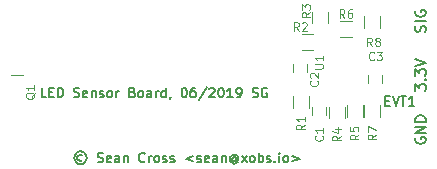
<source format=gbr>
G04 #@! TF.GenerationSoftware,KiCad,Pcbnew,(5.0.1)-3*
G04 #@! TF.CreationDate,2019-06-04T09:49:05+08:00*
G04 #@! TF.ProjectId,test-jig-light-sensor,746573742D6A69672D6C696768742D73,rev?*
G04 #@! TF.SameCoordinates,Original*
G04 #@! TF.FileFunction,Legend,Top*
G04 #@! TF.FilePolarity,Positive*
%FSLAX46Y46*%
G04 Gerber Fmt 4.6, Leading zero omitted, Abs format (unit mm)*
G04 Created by KiCad (PCBNEW (5.0.1)-3) date 06/04/19 09:49:05*
%MOMM*%
%LPD*%
G01*
G04 APERTURE LIST*
%ADD10C,0.150000*%
%ADD11C,0.120000*%
%ADD12C,0.100000*%
G04 APERTURE END LIST*
D10*
X136600000Y-103342857D02*
X136866666Y-103342857D01*
X136980952Y-103761904D02*
X136600000Y-103761904D01*
X136600000Y-102961904D01*
X136980952Y-102961904D01*
X137209523Y-102961904D02*
X137476190Y-103761904D01*
X137742857Y-102961904D01*
X137895238Y-102961904D02*
X138352380Y-102961904D01*
X138123809Y-103761904D02*
X138123809Y-102961904D01*
X139038095Y-103761904D02*
X138580952Y-103761904D01*
X138809523Y-103761904D02*
X138809523Y-102961904D01*
X138733333Y-103076190D01*
X138657142Y-103152380D01*
X138580952Y-103190476D01*
X110935595Y-107952380D02*
X110859404Y-107914285D01*
X110707023Y-107914285D01*
X110630833Y-107952380D01*
X110554642Y-108028571D01*
X110516547Y-108104761D01*
X110516547Y-108257142D01*
X110554642Y-108333333D01*
X110630833Y-108409523D01*
X110707023Y-108447619D01*
X110859404Y-108447619D01*
X110935595Y-108409523D01*
X110783214Y-107647619D02*
X110592738Y-107685714D01*
X110402261Y-107800000D01*
X110287976Y-107990476D01*
X110249880Y-108180952D01*
X110287976Y-108371428D01*
X110402261Y-108561904D01*
X110592738Y-108676190D01*
X110783214Y-108714285D01*
X110973690Y-108676190D01*
X111164166Y-108561904D01*
X111278452Y-108371428D01*
X111316547Y-108180952D01*
X111278452Y-107990476D01*
X111164166Y-107800000D01*
X110973690Y-107685714D01*
X110783214Y-107647619D01*
X112230833Y-108523809D02*
X112345119Y-108561904D01*
X112535595Y-108561904D01*
X112611785Y-108523809D01*
X112649880Y-108485714D01*
X112687976Y-108409523D01*
X112687976Y-108333333D01*
X112649880Y-108257142D01*
X112611785Y-108219047D01*
X112535595Y-108180952D01*
X112383214Y-108142857D01*
X112307023Y-108104761D01*
X112268928Y-108066666D01*
X112230833Y-107990476D01*
X112230833Y-107914285D01*
X112268928Y-107838095D01*
X112307023Y-107800000D01*
X112383214Y-107761904D01*
X112573690Y-107761904D01*
X112687976Y-107800000D01*
X113335595Y-108523809D02*
X113259404Y-108561904D01*
X113107023Y-108561904D01*
X113030833Y-108523809D01*
X112992738Y-108447619D01*
X112992738Y-108142857D01*
X113030833Y-108066666D01*
X113107023Y-108028571D01*
X113259404Y-108028571D01*
X113335595Y-108066666D01*
X113373690Y-108142857D01*
X113373690Y-108219047D01*
X112992738Y-108295238D01*
X114059404Y-108561904D02*
X114059404Y-108142857D01*
X114021309Y-108066666D01*
X113945119Y-108028571D01*
X113792738Y-108028571D01*
X113716547Y-108066666D01*
X114059404Y-108523809D02*
X113983214Y-108561904D01*
X113792738Y-108561904D01*
X113716547Y-108523809D01*
X113678452Y-108447619D01*
X113678452Y-108371428D01*
X113716547Y-108295238D01*
X113792738Y-108257142D01*
X113983214Y-108257142D01*
X114059404Y-108219047D01*
X114440357Y-108028571D02*
X114440357Y-108561904D01*
X114440357Y-108104761D02*
X114478452Y-108066666D01*
X114554642Y-108028571D01*
X114668928Y-108028571D01*
X114745119Y-108066666D01*
X114783214Y-108142857D01*
X114783214Y-108561904D01*
X116230833Y-108485714D02*
X116192738Y-108523809D01*
X116078452Y-108561904D01*
X116002261Y-108561904D01*
X115887976Y-108523809D01*
X115811785Y-108447619D01*
X115773690Y-108371428D01*
X115735595Y-108219047D01*
X115735595Y-108104761D01*
X115773690Y-107952380D01*
X115811785Y-107876190D01*
X115887976Y-107800000D01*
X116002261Y-107761904D01*
X116078452Y-107761904D01*
X116192738Y-107800000D01*
X116230833Y-107838095D01*
X116573690Y-108561904D02*
X116573690Y-108028571D01*
X116573690Y-108180952D02*
X116611785Y-108104761D01*
X116649880Y-108066666D01*
X116726071Y-108028571D01*
X116802261Y-108028571D01*
X117183214Y-108561904D02*
X117107023Y-108523809D01*
X117068928Y-108485714D01*
X117030833Y-108409523D01*
X117030833Y-108180952D01*
X117068928Y-108104761D01*
X117107023Y-108066666D01*
X117183214Y-108028571D01*
X117297500Y-108028571D01*
X117373690Y-108066666D01*
X117411785Y-108104761D01*
X117449880Y-108180952D01*
X117449880Y-108409523D01*
X117411785Y-108485714D01*
X117373690Y-108523809D01*
X117297500Y-108561904D01*
X117183214Y-108561904D01*
X117754642Y-108523809D02*
X117830833Y-108561904D01*
X117983214Y-108561904D01*
X118059404Y-108523809D01*
X118097500Y-108447619D01*
X118097500Y-108409523D01*
X118059404Y-108333333D01*
X117983214Y-108295238D01*
X117868928Y-108295238D01*
X117792738Y-108257142D01*
X117754642Y-108180952D01*
X117754642Y-108142857D01*
X117792738Y-108066666D01*
X117868928Y-108028571D01*
X117983214Y-108028571D01*
X118059404Y-108066666D01*
X118402261Y-108523809D02*
X118478452Y-108561904D01*
X118630833Y-108561904D01*
X118707023Y-108523809D01*
X118745119Y-108447619D01*
X118745119Y-108409523D01*
X118707023Y-108333333D01*
X118630833Y-108295238D01*
X118516547Y-108295238D01*
X118440357Y-108257142D01*
X118402261Y-108180952D01*
X118402261Y-108142857D01*
X118440357Y-108066666D01*
X118516547Y-108028571D01*
X118630833Y-108028571D01*
X118707023Y-108066666D01*
X120307023Y-108028571D02*
X119697500Y-108257142D01*
X120307023Y-108485714D01*
X120649880Y-108523809D02*
X120726071Y-108561904D01*
X120878452Y-108561904D01*
X120954642Y-108523809D01*
X120992738Y-108447619D01*
X120992738Y-108409523D01*
X120954642Y-108333333D01*
X120878452Y-108295238D01*
X120764166Y-108295238D01*
X120687976Y-108257142D01*
X120649880Y-108180952D01*
X120649880Y-108142857D01*
X120687976Y-108066666D01*
X120764166Y-108028571D01*
X120878452Y-108028571D01*
X120954642Y-108066666D01*
X121640357Y-108523809D02*
X121564166Y-108561904D01*
X121411785Y-108561904D01*
X121335595Y-108523809D01*
X121297500Y-108447619D01*
X121297500Y-108142857D01*
X121335595Y-108066666D01*
X121411785Y-108028571D01*
X121564166Y-108028571D01*
X121640357Y-108066666D01*
X121678452Y-108142857D01*
X121678452Y-108219047D01*
X121297500Y-108295238D01*
X122364166Y-108561904D02*
X122364166Y-108142857D01*
X122326071Y-108066666D01*
X122249880Y-108028571D01*
X122097500Y-108028571D01*
X122021309Y-108066666D01*
X122364166Y-108523809D02*
X122287976Y-108561904D01*
X122097500Y-108561904D01*
X122021309Y-108523809D01*
X121983214Y-108447619D01*
X121983214Y-108371428D01*
X122021309Y-108295238D01*
X122097500Y-108257142D01*
X122287976Y-108257142D01*
X122364166Y-108219047D01*
X122745119Y-108028571D02*
X122745119Y-108561904D01*
X122745119Y-108104761D02*
X122783214Y-108066666D01*
X122859404Y-108028571D01*
X122973690Y-108028571D01*
X123049880Y-108066666D01*
X123087976Y-108142857D01*
X123087976Y-108561904D01*
X123964166Y-108180952D02*
X123926071Y-108142857D01*
X123849880Y-108104761D01*
X123773690Y-108104761D01*
X123697500Y-108142857D01*
X123659404Y-108180952D01*
X123621309Y-108257142D01*
X123621309Y-108333333D01*
X123659404Y-108409523D01*
X123697500Y-108447619D01*
X123773690Y-108485714D01*
X123849880Y-108485714D01*
X123926071Y-108447619D01*
X123964166Y-108409523D01*
X123964166Y-108104761D02*
X123964166Y-108409523D01*
X124002261Y-108447619D01*
X124040357Y-108447619D01*
X124116547Y-108409523D01*
X124154642Y-108333333D01*
X124154642Y-108142857D01*
X124078452Y-108028571D01*
X123964166Y-107952380D01*
X123811785Y-107914285D01*
X123659404Y-107952380D01*
X123545119Y-108028571D01*
X123468928Y-108142857D01*
X123430833Y-108295238D01*
X123468928Y-108447619D01*
X123545119Y-108561904D01*
X123659404Y-108638095D01*
X123811785Y-108676190D01*
X123964166Y-108638095D01*
X124078452Y-108561904D01*
X124421309Y-108561904D02*
X124840357Y-108028571D01*
X124421309Y-108028571D02*
X124840357Y-108561904D01*
X125259404Y-108561904D02*
X125183214Y-108523809D01*
X125145119Y-108485714D01*
X125107023Y-108409523D01*
X125107023Y-108180952D01*
X125145119Y-108104761D01*
X125183214Y-108066666D01*
X125259404Y-108028571D01*
X125373690Y-108028571D01*
X125449880Y-108066666D01*
X125487976Y-108104761D01*
X125526071Y-108180952D01*
X125526071Y-108409523D01*
X125487976Y-108485714D01*
X125449880Y-108523809D01*
X125373690Y-108561904D01*
X125259404Y-108561904D01*
X125868928Y-108561904D02*
X125868928Y-107761904D01*
X125868928Y-108066666D02*
X125945119Y-108028571D01*
X126097500Y-108028571D01*
X126173690Y-108066666D01*
X126211785Y-108104761D01*
X126249880Y-108180952D01*
X126249880Y-108409523D01*
X126211785Y-108485714D01*
X126173690Y-108523809D01*
X126097500Y-108561904D01*
X125945119Y-108561904D01*
X125868928Y-108523809D01*
X126554642Y-108523809D02*
X126630833Y-108561904D01*
X126783214Y-108561904D01*
X126859404Y-108523809D01*
X126897500Y-108447619D01*
X126897500Y-108409523D01*
X126859404Y-108333333D01*
X126783214Y-108295238D01*
X126668928Y-108295238D01*
X126592738Y-108257142D01*
X126554642Y-108180952D01*
X126554642Y-108142857D01*
X126592738Y-108066666D01*
X126668928Y-108028571D01*
X126783214Y-108028571D01*
X126859404Y-108066666D01*
X127240357Y-108485714D02*
X127278452Y-108523809D01*
X127240357Y-108561904D01*
X127202261Y-108523809D01*
X127240357Y-108485714D01*
X127240357Y-108561904D01*
X127621309Y-108561904D02*
X127621309Y-108028571D01*
X127621309Y-107761904D02*
X127583214Y-107800000D01*
X127621309Y-107838095D01*
X127659404Y-107800000D01*
X127621309Y-107761904D01*
X127621309Y-107838095D01*
X128116547Y-108561904D02*
X128040357Y-108523809D01*
X128002261Y-108485714D01*
X127964166Y-108409523D01*
X127964166Y-108180952D01*
X128002261Y-108104761D01*
X128040357Y-108066666D01*
X128116547Y-108028571D01*
X128230833Y-108028571D01*
X128307023Y-108066666D01*
X128345119Y-108104761D01*
X128383214Y-108180952D01*
X128383214Y-108409523D01*
X128345119Y-108485714D01*
X128307023Y-108523809D01*
X128230833Y-108561904D01*
X128116547Y-108561904D01*
X128726071Y-108028571D02*
X129335595Y-108257142D01*
X128726071Y-108485714D01*
X107868928Y-103061904D02*
X107487976Y-103061904D01*
X107487976Y-102261904D01*
X108135595Y-102642857D02*
X108402261Y-102642857D01*
X108516547Y-103061904D02*
X108135595Y-103061904D01*
X108135595Y-102261904D01*
X108516547Y-102261904D01*
X108859404Y-103061904D02*
X108859404Y-102261904D01*
X109049880Y-102261904D01*
X109164166Y-102300000D01*
X109240357Y-102376190D01*
X109278452Y-102452380D01*
X109316547Y-102604761D01*
X109316547Y-102719047D01*
X109278452Y-102871428D01*
X109240357Y-102947619D01*
X109164166Y-103023809D01*
X109049880Y-103061904D01*
X108859404Y-103061904D01*
X110230833Y-103023809D02*
X110345119Y-103061904D01*
X110535595Y-103061904D01*
X110611785Y-103023809D01*
X110649880Y-102985714D01*
X110687976Y-102909523D01*
X110687976Y-102833333D01*
X110649880Y-102757142D01*
X110611785Y-102719047D01*
X110535595Y-102680952D01*
X110383214Y-102642857D01*
X110307023Y-102604761D01*
X110268928Y-102566666D01*
X110230833Y-102490476D01*
X110230833Y-102414285D01*
X110268928Y-102338095D01*
X110307023Y-102300000D01*
X110383214Y-102261904D01*
X110573690Y-102261904D01*
X110687976Y-102300000D01*
X111335595Y-103023809D02*
X111259404Y-103061904D01*
X111107023Y-103061904D01*
X111030833Y-103023809D01*
X110992738Y-102947619D01*
X110992738Y-102642857D01*
X111030833Y-102566666D01*
X111107023Y-102528571D01*
X111259404Y-102528571D01*
X111335595Y-102566666D01*
X111373690Y-102642857D01*
X111373690Y-102719047D01*
X110992738Y-102795238D01*
X111716547Y-102528571D02*
X111716547Y-103061904D01*
X111716547Y-102604761D02*
X111754642Y-102566666D01*
X111830833Y-102528571D01*
X111945119Y-102528571D01*
X112021309Y-102566666D01*
X112059404Y-102642857D01*
X112059404Y-103061904D01*
X112402261Y-103023809D02*
X112478452Y-103061904D01*
X112630833Y-103061904D01*
X112707023Y-103023809D01*
X112745119Y-102947619D01*
X112745119Y-102909523D01*
X112707023Y-102833333D01*
X112630833Y-102795238D01*
X112516547Y-102795238D01*
X112440357Y-102757142D01*
X112402261Y-102680952D01*
X112402261Y-102642857D01*
X112440357Y-102566666D01*
X112516547Y-102528571D01*
X112630833Y-102528571D01*
X112707023Y-102566666D01*
X113202261Y-103061904D02*
X113126071Y-103023809D01*
X113087976Y-102985714D01*
X113049880Y-102909523D01*
X113049880Y-102680952D01*
X113087976Y-102604761D01*
X113126071Y-102566666D01*
X113202261Y-102528571D01*
X113316547Y-102528571D01*
X113392738Y-102566666D01*
X113430833Y-102604761D01*
X113468928Y-102680952D01*
X113468928Y-102909523D01*
X113430833Y-102985714D01*
X113392738Y-103023809D01*
X113316547Y-103061904D01*
X113202261Y-103061904D01*
X113811785Y-103061904D02*
X113811785Y-102528571D01*
X113811785Y-102680952D02*
X113849880Y-102604761D01*
X113887976Y-102566666D01*
X113964166Y-102528571D01*
X114040357Y-102528571D01*
X115183214Y-102642857D02*
X115297500Y-102680952D01*
X115335595Y-102719047D01*
X115373690Y-102795238D01*
X115373690Y-102909523D01*
X115335595Y-102985714D01*
X115297500Y-103023809D01*
X115221309Y-103061904D01*
X114916547Y-103061904D01*
X114916547Y-102261904D01*
X115183214Y-102261904D01*
X115259404Y-102300000D01*
X115297500Y-102338095D01*
X115335595Y-102414285D01*
X115335595Y-102490476D01*
X115297500Y-102566666D01*
X115259404Y-102604761D01*
X115183214Y-102642857D01*
X114916547Y-102642857D01*
X115830833Y-103061904D02*
X115754642Y-103023809D01*
X115716547Y-102985714D01*
X115678452Y-102909523D01*
X115678452Y-102680952D01*
X115716547Y-102604761D01*
X115754642Y-102566666D01*
X115830833Y-102528571D01*
X115945119Y-102528571D01*
X116021309Y-102566666D01*
X116059404Y-102604761D01*
X116097500Y-102680952D01*
X116097500Y-102909523D01*
X116059404Y-102985714D01*
X116021309Y-103023809D01*
X115945119Y-103061904D01*
X115830833Y-103061904D01*
X116783214Y-103061904D02*
X116783214Y-102642857D01*
X116745119Y-102566666D01*
X116668928Y-102528571D01*
X116516547Y-102528571D01*
X116440357Y-102566666D01*
X116783214Y-103023809D02*
X116707023Y-103061904D01*
X116516547Y-103061904D01*
X116440357Y-103023809D01*
X116402261Y-102947619D01*
X116402261Y-102871428D01*
X116440357Y-102795238D01*
X116516547Y-102757142D01*
X116707023Y-102757142D01*
X116783214Y-102719047D01*
X117164166Y-103061904D02*
X117164166Y-102528571D01*
X117164166Y-102680952D02*
X117202261Y-102604761D01*
X117240357Y-102566666D01*
X117316547Y-102528571D01*
X117392738Y-102528571D01*
X118002261Y-103061904D02*
X118002261Y-102261904D01*
X118002261Y-103023809D02*
X117926071Y-103061904D01*
X117773690Y-103061904D01*
X117697500Y-103023809D01*
X117659404Y-102985714D01*
X117621309Y-102909523D01*
X117621309Y-102680952D01*
X117659404Y-102604761D01*
X117697500Y-102566666D01*
X117773690Y-102528571D01*
X117926071Y-102528571D01*
X118002261Y-102566666D01*
X118421309Y-103023809D02*
X118421309Y-103061904D01*
X118383214Y-103138095D01*
X118345119Y-103176190D01*
X119526071Y-102261904D02*
X119602261Y-102261904D01*
X119678452Y-102300000D01*
X119716547Y-102338095D01*
X119754642Y-102414285D01*
X119792738Y-102566666D01*
X119792738Y-102757142D01*
X119754642Y-102909523D01*
X119716547Y-102985714D01*
X119678452Y-103023809D01*
X119602261Y-103061904D01*
X119526071Y-103061904D01*
X119449880Y-103023809D01*
X119411785Y-102985714D01*
X119373690Y-102909523D01*
X119335595Y-102757142D01*
X119335595Y-102566666D01*
X119373690Y-102414285D01*
X119411785Y-102338095D01*
X119449880Y-102300000D01*
X119526071Y-102261904D01*
X120478452Y-102261904D02*
X120326071Y-102261904D01*
X120249880Y-102300000D01*
X120211785Y-102338095D01*
X120135595Y-102452380D01*
X120097500Y-102604761D01*
X120097500Y-102909523D01*
X120135595Y-102985714D01*
X120173690Y-103023809D01*
X120249880Y-103061904D01*
X120402261Y-103061904D01*
X120478452Y-103023809D01*
X120516547Y-102985714D01*
X120554642Y-102909523D01*
X120554642Y-102719047D01*
X120516547Y-102642857D01*
X120478452Y-102604761D01*
X120402261Y-102566666D01*
X120249880Y-102566666D01*
X120173690Y-102604761D01*
X120135595Y-102642857D01*
X120097500Y-102719047D01*
X121468928Y-102223809D02*
X120783214Y-103252380D01*
X121697500Y-102338095D02*
X121735595Y-102300000D01*
X121811785Y-102261904D01*
X122002261Y-102261904D01*
X122078452Y-102300000D01*
X122116547Y-102338095D01*
X122154642Y-102414285D01*
X122154642Y-102490476D01*
X122116547Y-102604761D01*
X121659404Y-103061904D01*
X122154642Y-103061904D01*
X122649880Y-102261904D02*
X122726071Y-102261904D01*
X122802261Y-102300000D01*
X122840357Y-102338095D01*
X122878452Y-102414285D01*
X122916547Y-102566666D01*
X122916547Y-102757142D01*
X122878452Y-102909523D01*
X122840357Y-102985714D01*
X122802261Y-103023809D01*
X122726071Y-103061904D01*
X122649880Y-103061904D01*
X122573690Y-103023809D01*
X122535595Y-102985714D01*
X122497500Y-102909523D01*
X122459404Y-102757142D01*
X122459404Y-102566666D01*
X122497500Y-102414285D01*
X122535595Y-102338095D01*
X122573690Y-102300000D01*
X122649880Y-102261904D01*
X123678452Y-103061904D02*
X123221309Y-103061904D01*
X123449880Y-103061904D02*
X123449880Y-102261904D01*
X123373690Y-102376190D01*
X123297500Y-102452380D01*
X123221309Y-102490476D01*
X124059404Y-103061904D02*
X124211785Y-103061904D01*
X124287976Y-103023809D01*
X124326071Y-102985714D01*
X124402261Y-102871428D01*
X124440357Y-102719047D01*
X124440357Y-102414285D01*
X124402261Y-102338095D01*
X124364166Y-102300000D01*
X124287976Y-102261904D01*
X124135595Y-102261904D01*
X124059404Y-102300000D01*
X124021309Y-102338095D01*
X123983214Y-102414285D01*
X123983214Y-102604761D01*
X124021309Y-102680952D01*
X124059404Y-102719047D01*
X124135595Y-102757142D01*
X124287976Y-102757142D01*
X124364166Y-102719047D01*
X124402261Y-102680952D01*
X124440357Y-102604761D01*
X125354642Y-103023809D02*
X125468928Y-103061904D01*
X125659404Y-103061904D01*
X125735595Y-103023809D01*
X125773690Y-102985714D01*
X125811785Y-102909523D01*
X125811785Y-102833333D01*
X125773690Y-102757142D01*
X125735595Y-102719047D01*
X125659404Y-102680952D01*
X125507023Y-102642857D01*
X125430833Y-102604761D01*
X125392738Y-102566666D01*
X125354642Y-102490476D01*
X125354642Y-102414285D01*
X125392738Y-102338095D01*
X125430833Y-102300000D01*
X125507023Y-102261904D01*
X125697500Y-102261904D01*
X125811785Y-102300000D01*
X126573690Y-102300000D02*
X126497500Y-102261904D01*
X126383214Y-102261904D01*
X126268928Y-102300000D01*
X126192738Y-102376190D01*
X126154642Y-102452380D01*
X126116547Y-102604761D01*
X126116547Y-102719047D01*
X126154642Y-102871428D01*
X126192738Y-102947619D01*
X126268928Y-103023809D01*
X126383214Y-103061904D01*
X126459404Y-103061904D01*
X126573690Y-103023809D01*
X126611785Y-102985714D01*
X126611785Y-102719047D01*
X126459404Y-102719047D01*
X139150000Y-106485714D02*
X139107142Y-106571428D01*
X139107142Y-106700000D01*
X139150000Y-106828571D01*
X139235714Y-106914285D01*
X139321428Y-106957142D01*
X139492857Y-107000000D01*
X139621428Y-107000000D01*
X139792857Y-106957142D01*
X139878571Y-106914285D01*
X139964285Y-106828571D01*
X140007142Y-106700000D01*
X140007142Y-106614285D01*
X139964285Y-106485714D01*
X139921428Y-106442857D01*
X139621428Y-106442857D01*
X139621428Y-106614285D01*
X140007142Y-106057142D02*
X139107142Y-106057142D01*
X140007142Y-105542857D01*
X139107142Y-105542857D01*
X140007142Y-105114285D02*
X139107142Y-105114285D01*
X139107142Y-104900000D01*
X139150000Y-104771428D01*
X139235714Y-104685714D01*
X139321428Y-104642857D01*
X139492857Y-104600000D01*
X139621428Y-104600000D01*
X139792857Y-104642857D01*
X139878571Y-104685714D01*
X139964285Y-104771428D01*
X140007142Y-104900000D01*
X140007142Y-105114285D01*
X139107142Y-102528571D02*
X139107142Y-101971428D01*
X139450000Y-102271428D01*
X139450000Y-102142857D01*
X139492857Y-102057142D01*
X139535714Y-102014285D01*
X139621428Y-101971428D01*
X139835714Y-101971428D01*
X139921428Y-102014285D01*
X139964285Y-102057142D01*
X140007142Y-102142857D01*
X140007142Y-102400000D01*
X139964285Y-102485714D01*
X139921428Y-102528571D01*
X139921428Y-101585714D02*
X139964285Y-101542857D01*
X140007142Y-101585714D01*
X139964285Y-101628571D01*
X139921428Y-101585714D01*
X140007142Y-101585714D01*
X139107142Y-101242857D02*
X139107142Y-100685714D01*
X139450000Y-100985714D01*
X139450000Y-100857142D01*
X139492857Y-100771428D01*
X139535714Y-100728571D01*
X139621428Y-100685714D01*
X139835714Y-100685714D01*
X139921428Y-100728571D01*
X139964285Y-100771428D01*
X140007142Y-100857142D01*
X140007142Y-101114285D01*
X139964285Y-101200000D01*
X139921428Y-101242857D01*
X139107142Y-100428571D02*
X140007142Y-100128571D01*
X139107142Y-99828571D01*
X139964285Y-97521428D02*
X140007142Y-97392857D01*
X140007142Y-97178571D01*
X139964285Y-97092857D01*
X139921428Y-97050000D01*
X139835714Y-97007142D01*
X139750000Y-97007142D01*
X139664285Y-97050000D01*
X139621428Y-97092857D01*
X139578571Y-97178571D01*
X139535714Y-97350000D01*
X139492857Y-97435714D01*
X139450000Y-97478571D01*
X139364285Y-97521428D01*
X139278571Y-97521428D01*
X139192857Y-97478571D01*
X139150000Y-97435714D01*
X139107142Y-97350000D01*
X139107142Y-97135714D01*
X139150000Y-97007142D01*
X140007142Y-96621428D02*
X139107142Y-96621428D01*
X139150000Y-95721428D02*
X139107142Y-95807142D01*
X139107142Y-95935714D01*
X139150000Y-96064285D01*
X139235714Y-96150000D01*
X139321428Y-96192857D01*
X139492857Y-96235714D01*
X139621428Y-96235714D01*
X139792857Y-96192857D01*
X139878571Y-96150000D01*
X139964285Y-96064285D01*
X140007142Y-95935714D01*
X140007142Y-95850000D01*
X139964285Y-95721428D01*
X139921428Y-95678571D01*
X139621428Y-95678571D01*
X139621428Y-95850000D01*
D11*
G04 #@! TO.C,C3*
X136350000Y-101150000D02*
X136350000Y-101850000D01*
X135150000Y-101850000D02*
X135150000Y-101150000D01*
G04 #@! TO.C,C2*
X128800000Y-100950000D02*
X128800000Y-100250000D01*
X130000000Y-100250000D02*
X130000000Y-100950000D01*
G04 #@! TO.C,C1*
X131600000Y-103900000D02*
X131600000Y-104600000D01*
X130400000Y-104600000D02*
X130400000Y-103900000D01*
G04 #@! TO.C,R8*
X136180000Y-96200000D02*
X136180000Y-97200000D01*
X134820000Y-97200000D02*
X134820000Y-96200000D01*
G04 #@! TO.C,R7*
X136180000Y-103750000D02*
X136180000Y-104750000D01*
X134820000Y-104750000D02*
X134820000Y-103750000D01*
G04 #@! TO.C,R6*
X133750000Y-97930000D02*
X132750000Y-97930000D01*
X132750000Y-96570000D02*
X133750000Y-96570000D01*
G04 #@! TO.C,R5*
X133320000Y-104750000D02*
X133320000Y-103750000D01*
X134680000Y-103750000D02*
X134680000Y-104750000D01*
G04 #@! TO.C,R4*
X133180000Y-103850000D02*
X133180000Y-104850000D01*
X131820000Y-104850000D02*
X131820000Y-103850000D01*
G04 #@! TO.C,R3*
X131780000Y-95800000D02*
X131780000Y-96800000D01*
X130420000Y-96800000D02*
X130420000Y-95800000D01*
G04 #@! TO.C,R2*
X130500000Y-99080000D02*
X129500000Y-99080000D01*
X129500000Y-97720000D02*
X130500000Y-97720000D01*
G04 #@! TO.C,R1*
X128770000Y-103950000D02*
X128770000Y-102950000D01*
X130130000Y-102950000D02*
X130130000Y-103950000D01*
D12*
G04 #@! TO.C,Q1*
X104900000Y-101150000D02*
X105900000Y-101150000D01*
G04 #@! TO.C,U1*
D11*
X130616666Y-100633333D02*
X131183333Y-100633333D01*
X131250000Y-100600000D01*
X131283333Y-100566666D01*
X131316666Y-100500000D01*
X131316666Y-100366666D01*
X131283333Y-100300000D01*
X131250000Y-100266666D01*
X131183333Y-100233333D01*
X130616666Y-100233333D01*
X131316666Y-99533333D02*
X131316666Y-99933333D01*
X131316666Y-99733333D02*
X130616666Y-99733333D01*
X130716666Y-99800000D01*
X130783333Y-99866666D01*
X130816666Y-99933333D01*
G04 #@! TO.C,C3*
X135633333Y-99850000D02*
X135600000Y-99883333D01*
X135500000Y-99916666D01*
X135433333Y-99916666D01*
X135333333Y-99883333D01*
X135266666Y-99816666D01*
X135233333Y-99750000D01*
X135200000Y-99616666D01*
X135200000Y-99516666D01*
X135233333Y-99383333D01*
X135266666Y-99316666D01*
X135333333Y-99250000D01*
X135433333Y-99216666D01*
X135500000Y-99216666D01*
X135600000Y-99250000D01*
X135633333Y-99283333D01*
X135866666Y-99216666D02*
X136300000Y-99216666D01*
X136066666Y-99483333D01*
X136166666Y-99483333D01*
X136233333Y-99516666D01*
X136266666Y-99550000D01*
X136300000Y-99616666D01*
X136300000Y-99783333D01*
X136266666Y-99850000D01*
X136233333Y-99883333D01*
X136166666Y-99916666D01*
X135966666Y-99916666D01*
X135900000Y-99883333D01*
X135866666Y-99850000D01*
G04 #@! TO.C,C2*
X130850000Y-101666666D02*
X130883333Y-101700000D01*
X130916666Y-101800000D01*
X130916666Y-101866666D01*
X130883333Y-101966666D01*
X130816666Y-102033333D01*
X130750000Y-102066666D01*
X130616666Y-102100000D01*
X130516666Y-102100000D01*
X130383333Y-102066666D01*
X130316666Y-102033333D01*
X130250000Y-101966666D01*
X130216666Y-101866666D01*
X130216666Y-101800000D01*
X130250000Y-101700000D01*
X130283333Y-101666666D01*
X130283333Y-101400000D02*
X130250000Y-101366666D01*
X130216666Y-101300000D01*
X130216666Y-101133333D01*
X130250000Y-101066666D01*
X130283333Y-101033333D01*
X130350000Y-101000000D01*
X130416666Y-101000000D01*
X130516666Y-101033333D01*
X130916666Y-101433333D01*
X130916666Y-101000000D01*
G04 #@! TO.C,C1*
X131250000Y-106316666D02*
X131283333Y-106350000D01*
X131316666Y-106450000D01*
X131316666Y-106516666D01*
X131283333Y-106616666D01*
X131216666Y-106683333D01*
X131150000Y-106716666D01*
X131016666Y-106750000D01*
X130916666Y-106750000D01*
X130783333Y-106716666D01*
X130716666Y-106683333D01*
X130650000Y-106616666D01*
X130616666Y-106516666D01*
X130616666Y-106450000D01*
X130650000Y-106350000D01*
X130683333Y-106316666D01*
X131316666Y-105650000D02*
X131316666Y-106050000D01*
X131316666Y-105850000D02*
X130616666Y-105850000D01*
X130716666Y-105916666D01*
X130783333Y-105983333D01*
X130816666Y-106050000D01*
G04 #@! TO.C,R8*
X135483333Y-98716666D02*
X135250000Y-98383333D01*
X135083333Y-98716666D02*
X135083333Y-98016666D01*
X135350000Y-98016666D01*
X135416666Y-98050000D01*
X135450000Y-98083333D01*
X135483333Y-98150000D01*
X135483333Y-98250000D01*
X135450000Y-98316666D01*
X135416666Y-98350000D01*
X135350000Y-98383333D01*
X135083333Y-98383333D01*
X135883333Y-98316666D02*
X135816666Y-98283333D01*
X135783333Y-98250000D01*
X135750000Y-98183333D01*
X135750000Y-98150000D01*
X135783333Y-98083333D01*
X135816666Y-98050000D01*
X135883333Y-98016666D01*
X136016666Y-98016666D01*
X136083333Y-98050000D01*
X136116666Y-98083333D01*
X136150000Y-98150000D01*
X136150000Y-98183333D01*
X136116666Y-98250000D01*
X136083333Y-98283333D01*
X136016666Y-98316666D01*
X135883333Y-98316666D01*
X135816666Y-98350000D01*
X135783333Y-98383333D01*
X135750000Y-98450000D01*
X135750000Y-98583333D01*
X135783333Y-98650000D01*
X135816666Y-98683333D01*
X135883333Y-98716666D01*
X136016666Y-98716666D01*
X136083333Y-98683333D01*
X136116666Y-98650000D01*
X136150000Y-98583333D01*
X136150000Y-98450000D01*
X136116666Y-98383333D01*
X136083333Y-98350000D01*
X136016666Y-98316666D01*
G04 #@! TO.C,R7*
X135816666Y-106216666D02*
X135483333Y-106450000D01*
X135816666Y-106616666D02*
X135116666Y-106616666D01*
X135116666Y-106350000D01*
X135150000Y-106283333D01*
X135183333Y-106250000D01*
X135250000Y-106216666D01*
X135350000Y-106216666D01*
X135416666Y-106250000D01*
X135450000Y-106283333D01*
X135483333Y-106350000D01*
X135483333Y-106616666D01*
X135116666Y-105983333D02*
X135116666Y-105516666D01*
X135816666Y-105816666D01*
G04 #@! TO.C,R6*
X133133333Y-96316666D02*
X132900000Y-95983333D01*
X132733333Y-96316666D02*
X132733333Y-95616666D01*
X133000000Y-95616666D01*
X133066666Y-95650000D01*
X133100000Y-95683333D01*
X133133333Y-95750000D01*
X133133333Y-95850000D01*
X133100000Y-95916666D01*
X133066666Y-95950000D01*
X133000000Y-95983333D01*
X132733333Y-95983333D01*
X133733333Y-95616666D02*
X133600000Y-95616666D01*
X133533333Y-95650000D01*
X133500000Y-95683333D01*
X133433333Y-95783333D01*
X133400000Y-95916666D01*
X133400000Y-96183333D01*
X133433333Y-96250000D01*
X133466666Y-96283333D01*
X133533333Y-96316666D01*
X133666666Y-96316666D01*
X133733333Y-96283333D01*
X133766666Y-96250000D01*
X133800000Y-96183333D01*
X133800000Y-96016666D01*
X133766666Y-95950000D01*
X133733333Y-95916666D01*
X133666666Y-95883333D01*
X133533333Y-95883333D01*
X133466666Y-95916666D01*
X133433333Y-95950000D01*
X133400000Y-96016666D01*
G04 #@! TO.C,R5*
X134316666Y-106216666D02*
X133983333Y-106450000D01*
X134316666Y-106616666D02*
X133616666Y-106616666D01*
X133616666Y-106350000D01*
X133650000Y-106283333D01*
X133683333Y-106250000D01*
X133750000Y-106216666D01*
X133850000Y-106216666D01*
X133916666Y-106250000D01*
X133950000Y-106283333D01*
X133983333Y-106350000D01*
X133983333Y-106616666D01*
X133616666Y-105583333D02*
X133616666Y-105916666D01*
X133950000Y-105950000D01*
X133916666Y-105916666D01*
X133883333Y-105850000D01*
X133883333Y-105683333D01*
X133916666Y-105616666D01*
X133950000Y-105583333D01*
X134016666Y-105550000D01*
X134183333Y-105550000D01*
X134250000Y-105583333D01*
X134283333Y-105616666D01*
X134316666Y-105683333D01*
X134316666Y-105850000D01*
X134283333Y-105916666D01*
X134250000Y-105950000D01*
G04 #@! TO.C,R4*
X132816666Y-106316666D02*
X132483333Y-106550000D01*
X132816666Y-106716666D02*
X132116666Y-106716666D01*
X132116666Y-106450000D01*
X132150000Y-106383333D01*
X132183333Y-106350000D01*
X132250000Y-106316666D01*
X132350000Y-106316666D01*
X132416666Y-106350000D01*
X132450000Y-106383333D01*
X132483333Y-106450000D01*
X132483333Y-106716666D01*
X132350000Y-105716666D02*
X132816666Y-105716666D01*
X132083333Y-105883333D02*
X132583333Y-106050000D01*
X132583333Y-105616666D01*
G04 #@! TO.C,R3*
X130216666Y-95866666D02*
X129883333Y-96100000D01*
X130216666Y-96266666D02*
X129516666Y-96266666D01*
X129516666Y-96000000D01*
X129550000Y-95933333D01*
X129583333Y-95900000D01*
X129650000Y-95866666D01*
X129750000Y-95866666D01*
X129816666Y-95900000D01*
X129850000Y-95933333D01*
X129883333Y-96000000D01*
X129883333Y-96266666D01*
X129516666Y-95633333D02*
X129516666Y-95200000D01*
X129783333Y-95433333D01*
X129783333Y-95333333D01*
X129816666Y-95266666D01*
X129850000Y-95233333D01*
X129916666Y-95200000D01*
X130083333Y-95200000D01*
X130150000Y-95233333D01*
X130183333Y-95266666D01*
X130216666Y-95333333D01*
X130216666Y-95533333D01*
X130183333Y-95600000D01*
X130150000Y-95633333D01*
G04 #@! TO.C,R2*
X129283333Y-97416666D02*
X129050000Y-97083333D01*
X128883333Y-97416666D02*
X128883333Y-96716666D01*
X129150000Y-96716666D01*
X129216666Y-96750000D01*
X129250000Y-96783333D01*
X129283333Y-96850000D01*
X129283333Y-96950000D01*
X129250000Y-97016666D01*
X129216666Y-97050000D01*
X129150000Y-97083333D01*
X128883333Y-97083333D01*
X129550000Y-96783333D02*
X129583333Y-96750000D01*
X129650000Y-96716666D01*
X129816666Y-96716666D01*
X129883333Y-96750000D01*
X129916666Y-96783333D01*
X129950000Y-96850000D01*
X129950000Y-96916666D01*
X129916666Y-97016666D01*
X129516666Y-97416666D01*
X129950000Y-97416666D01*
G04 #@! TO.C,R1*
X129766666Y-105366666D02*
X129433333Y-105600000D01*
X129766666Y-105766666D02*
X129066666Y-105766666D01*
X129066666Y-105500000D01*
X129100000Y-105433333D01*
X129133333Y-105400000D01*
X129200000Y-105366666D01*
X129300000Y-105366666D01*
X129366666Y-105400000D01*
X129400000Y-105433333D01*
X129433333Y-105500000D01*
X129433333Y-105766666D01*
X129766666Y-104700000D02*
X129766666Y-105100000D01*
X129766666Y-104900000D02*
X129066666Y-104900000D01*
X129166666Y-104966666D01*
X129233333Y-105033333D01*
X129266666Y-105100000D01*
G04 #@! TO.C,Q1*
X106933333Y-102666666D02*
X106900000Y-102733333D01*
X106833333Y-102800000D01*
X106733333Y-102900000D01*
X106700000Y-102966666D01*
X106700000Y-103033333D01*
X106866666Y-103000000D02*
X106833333Y-103066666D01*
X106766666Y-103133333D01*
X106633333Y-103166666D01*
X106400000Y-103166666D01*
X106266666Y-103133333D01*
X106200000Y-103066666D01*
X106166666Y-103000000D01*
X106166666Y-102866666D01*
X106200000Y-102800000D01*
X106266666Y-102733333D01*
X106400000Y-102700000D01*
X106633333Y-102700000D01*
X106766666Y-102733333D01*
X106833333Y-102800000D01*
X106866666Y-102866666D01*
X106866666Y-103000000D01*
X106866666Y-102033333D02*
X106866666Y-102433333D01*
X106866666Y-102233333D02*
X106166666Y-102233333D01*
X106266666Y-102300000D01*
X106333333Y-102366666D01*
X106366666Y-102433333D01*
G04 #@! TD*
M02*

</source>
